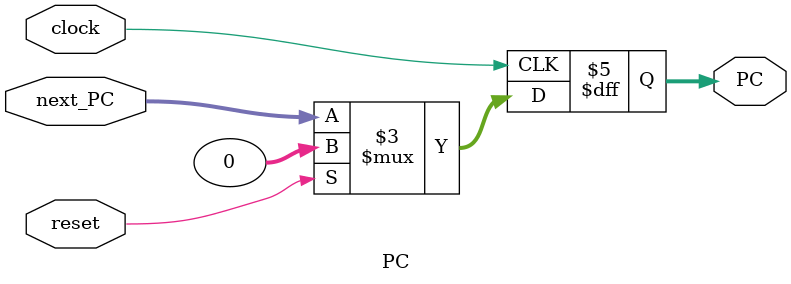
<source format=v>
/*
PROJETO: Processador MIPS, autores: DAVI PIRES, JUAN PABOLLO, VITHOR DE CASTRO, RUAN RODRIGUES

ARQUIVO: PC (Lida com endereco PC (next ou reset))

*/

module PC (clock, next_PC, PC, reset);

    input wire clock;
    input wire [31:0] next_PC;
    input wire reset;
    output reg [31:0] PC;

    // A cada ciclo de clock (subida):
    always @(posedge clock) begin
        if (reset)
            PC <= 32'b0;            // Se reset, reseta
        else
            PC <= next_PC;          // Se nao, vai para o proximo PC
    end

endmodule
</source>
